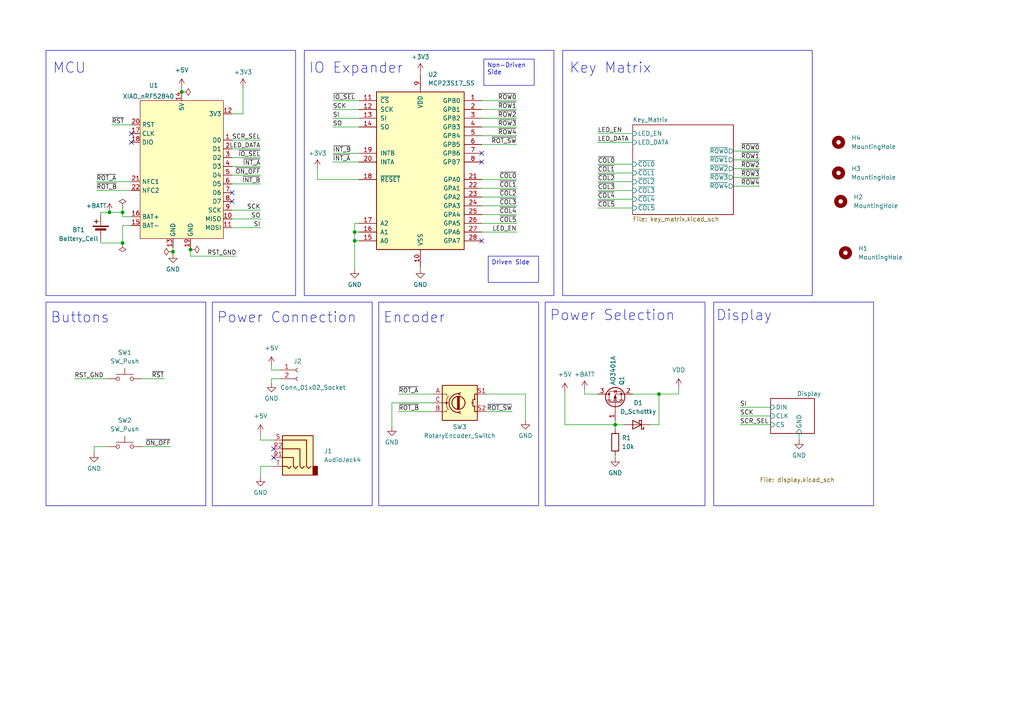
<source format=kicad_sch>
(kicad_sch (version 20230121) (generator eeschema)
  (paper "A4")
  (lib_symbols
    (symbol "Connector:Conn_01x02_Socket" (pin_names (offset 1.016) hide)
      (property "Reference" "J" (at 0 2.54 0))
      (property "Value" "Conn_01x02_Socket" (at 0 -5.08 0))
      (symbol "Conn_01x02_Socket_1_1"
        (arc (start 0 -2.032) (mid -0.5058 -2.54) (end 0 -3.048) (stroke (width 0.1524)))
        (polyline (pts (xy -1.27 -2.54) (xy -0.508 -2.54)) (stroke (width 0.1524)))
        (polyline (pts (xy -1.27 0) (xy -0.508 0)) (stroke (width 0.1524)))
        (arc (start 0 0.508) (mid -0.5058 0) (end 0 -0.508) (stroke (width 0.1524)))
        (pin passive line (at -5.08 0 0) (length 3.81) (name "Pin_1") (number "1"))
        (pin passive line (at -5.08 -2.54 0) (length 3.81) (name "Pin_2") (number "2"))
      )
    )
    (symbol "Connector_Audio:AudioJack4"
      (property "Reference" "J" (at 0 8.89 0))
      (property "Value" "AudioJack4" (at 0 6.35 0))
      (symbol "AudioJack4_0_1"
        (rectangle (start -6.35 -5.08) (end -7.62 -7.62) (stroke (width 0.254)) (fill (type outline)))
        (polyline (pts (xy 0 -5.08) (xy 0.635 -5.715) (xy 1.27 -5.08) (xy 2.54 -5.08)) (stroke (width 0.254)))
        (polyline (pts (xy -5.715 -5.08) (xy -5.08 -5.715) (xy -4.445 -5.08) (xy -4.445 2.54) (xy 2.54 2.54)) (stroke (width 0.254)))
        (polyline (pts (xy -1.905 -5.08) (xy -1.27 -5.715) (xy -0.635 -5.08) (xy -0.635 -2.54) (xy 2.54 -2.54)) (stroke (width 0.254)))
        (polyline (pts (xy 2.54 0) (xy -2.54 0) (xy -2.54 -5.08) (xy -3.175 -5.715) (xy -3.81 -5.08)) (stroke (width 0.254)))
        (rectangle (start 2.54 3.81) (end -6.35 -7.62) (stroke (width 0.254)) (fill (type background)))
      )
      (symbol "AudioJack4_1_1"
        (pin passive line (at 5.08 -2.54 180) (length 2.54) (name "~") (number "R1"))
        (pin passive line (at 5.08 0 180) (length 2.54) (name "~") (number "R2"))
        (pin passive line (at 5.08 2.54 180) (length 2.54) (name "~") (number "S"))
        (pin passive line (at 5.08 -5.08 180) (length 2.54) (name "~") (number "T"))
      )
    )
    (symbol "Device:Battery_Cell" (pin_numbers hide) (pin_names (offset 0) hide)
      (property "Reference" "BT" (at 2.54 2.54 0))
      (property "Value" "Battery_Cell" (at 2.54 0 0))
      (symbol "Battery_Cell_0_1"
        (rectangle (start -2.286 1.778) (end 2.286 1.524) (fill (type outline)))
        (rectangle (start -1.524 1.016) (end 1.524 0.508) (fill (type outline)))
        (polyline (pts (xy 0 0.762) (xy 0 0)))
        (polyline (pts (xy 0 1.778) (xy 0 2.54)))
        (polyline (pts (xy 0.762 3.048) (xy 1.778 3.048)) (stroke (width 0.254)))
        (polyline (pts (xy 1.27 3.556) (xy 1.27 2.54)) (stroke (width 0.254)))
      )
      (symbol "Battery_Cell_1_1"
        (pin passive line (at 0 5.08 270) (length 2.54) (name "+") (number "1"))
        (pin passive line (at 0 -2.54 90) (length 2.54) (name "-") (number "2"))
      )
    )
    (symbol "Device:D_Schottky" (pin_numbers hide) (pin_names (offset 1.016) hide)
      (property "Reference" "D" (at 0 2.54 0))
      (property "Value" "D_Schottky" (at 0 -2.54 0))
      (symbol "D_Schottky_0_1"
        (polyline (pts (xy 1.27 0) (xy -1.27 0)))
        (polyline (pts (xy 1.27 1.27) (xy 1.27 -1.27) (xy -1.27 0) (xy 1.27 1.27)) (stroke (width 0.254)))
        (polyline (pts (xy -1.905 0.635) (xy -1.905 1.27) (xy -1.27 1.27) (xy -1.27 -1.27) (xy -0.635 -1.27) (xy -0.635 -0.635)) (stroke (width 0.254)))
      )
      (symbol "D_Schottky_1_1"
        (pin passive line (at -3.81 0 0) (length 2.54) (name "K") (number "1"))
        (pin passive line (at 3.81 0 180) (length 2.54) (name "A") (number "2"))
      )
    )
    (symbol "Device:R" (pin_numbers hide) (pin_names (offset 0))
      (property "Reference" "R" (at 2.032 0 90))
      (property "Value" "R" (at 0 0 90))
      (symbol "R_0_1"
        (rectangle (start -1.016 -2.54) (end 1.016 2.54) (stroke (width 0.254)))
      )
      (symbol "R_1_1"
        (pin passive line (at 0 3.81 270) (length 1.27) (name "~") (number "1"))
        (pin passive line (at 0 -3.81 90) (length 1.27) (name "~") (number "2"))
      )
    )
    (symbol "Device:RotaryEncoder_Switch" (pin_names (offset 0.254) hide)
      (property "Reference" "SW" (at 0 6.604 0))
      (property "Value" "RotaryEncoder_Switch" (at 0 -6.604 0))
      (symbol "RotaryEncoder_Switch_0_1"
        (rectangle (start -5.08 5.08) (end 5.08 -5.08) (stroke (width 0.254)) (fill (type background)))
        (circle (center -3.81 0) (radius 0.254) (fill (type outline)))
        (circle (center -0.381 0) (radius 1.905) (stroke (width 0.254)))
        (arc (start -0.381 2.667) (mid -3.0988 -0.0635) (end -0.381 -2.794) (stroke (width 0.254)))
        (polyline (pts (xy -0.635 -1.778) (xy -0.635 1.778)) (stroke (width 0.254)))
        (polyline (pts (xy -0.381 -1.778) (xy -0.381 1.778)) (stroke (width 0.254)))
        (polyline (pts (xy -0.127 1.778) (xy -0.127 -1.778)) (stroke (width 0.254)))
        (polyline (pts (xy 3.81 0) (xy 3.429 0)) (stroke (width 0.254)))
        (polyline (pts (xy 3.81 1.016) (xy 3.81 -1.016)) (stroke (width 0.254)))
        (polyline (pts (xy -5.08 -2.54) (xy -3.81 -2.54) (xy -3.81 -2.032)))
        (polyline (pts (xy -5.08 2.54) (xy -3.81 2.54) (xy -3.81 2.032)))
        (polyline (pts (xy 0.254 -3.048) (xy -0.508 -2.794) (xy 0.127 -2.413)) (stroke (width 0.254)))
        (polyline (pts (xy 0.254 2.921) (xy -0.508 2.667) (xy 0.127 2.286)) (stroke (width 0.254)))
        (polyline (pts (xy 5.08 -2.54) (xy 4.318 -2.54) (xy 4.318 -1.016)) (stroke (width 0.254)))
        (polyline (pts (xy 5.08 2.54) (xy 4.318 2.54) (xy 4.318 1.016)) (stroke (width 0.254)))
        (polyline (pts (xy -5.08 0) (xy -3.81 0) (xy -3.81 -1.016) (xy -3.302 -2.032)))
        (polyline (pts (xy -4.318 0) (xy -3.81 0) (xy -3.81 1.016) (xy -3.302 2.032)))
        (circle (center 4.318 -1.016) (radius 0.127) (stroke (width 0.254)))
        (circle (center 4.318 1.016) (radius 0.127) (stroke (width 0.254)))
      )
      (symbol "RotaryEncoder_Switch_1_1"
        (pin passive line (at -7.62 2.54 0) (length 2.54) (name "A") (number "A"))
        (pin passive line (at -7.62 -2.54 0) (length 2.54) (name "B") (number "B"))
        (pin passive line (at -7.62 0 0) (length 2.54) (name "C") (number "C"))
        (pin passive line (at 7.62 2.54 180) (length 2.54) (name "S1") (number "S1"))
        (pin passive line (at 7.62 -2.54 180) (length 2.54) (name "S2") (number "S2"))
      )
    )
    (symbol "Interface_Expansion:MCP23S17_SS" (pin_names (offset 1.016))
      (property "Reference" "U" (at -11.43 24.13 0))
      (property "Value" "MCP23S17_SS" (at 0 0 0))
      (symbol "MCP23S17_SS_0_1"
        (rectangle (start -12.7 22.86) (end 12.7 -22.86) (stroke (width 0.254)) (fill (type background)))
      )
      (symbol "MCP23S17_SS_1_1"
        (pin bidirectional line (at 17.78 20.32 180) (length 5.08) (name "GPB0") (number "1"))
        (pin power_in line (at 0 -27.94 90) (length 5.08) (name "VSS") (number "10"))
        (pin input line (at -17.78 20.32 0) (length 5.08) (name "~{CS}") (number "11"))
        (pin input line (at -17.78 17.78 0) (length 5.08) (name "SCK") (number "12"))
        (pin input line (at -17.78 15.24 0) (length 5.08) (name "SI") (number "13"))
        (pin output line (at -17.78 12.7 0) (length 5.08) (name "SO") (number "14"))
        (pin input line (at -17.78 -20.32 0) (length 5.08) (name "A0") (number "15"))
        (pin input line (at -17.78 -17.78 0) (length 5.08) (name "A1") (number "16"))
        (pin input line (at -17.78 -15.24 0) (length 5.08) (name "A2") (number "17"))
        (pin input line (at -17.78 -2.54 0) (length 5.08) (name "~{RESET}") (number "18"))
        (pin tri_state line (at -17.78 5.08 0) (length 5.08) (name "INTB") (number "19"))
        (pin bidirectional line (at 17.78 17.78 180) (length 5.08) (name "GPB1") (number "2"))
        (pin tri_state line (at -17.78 2.54 0) (length 5.08) (name "INTA") (number "20"))
        (pin bidirectional line (at 17.78 -2.54 180) (length 5.08) (name "GPA0") (number "21"))
        (pin bidirectional line (at 17.78 -5.08 180) (length 5.08) (name "GPA1") (number "22"))
        (pin bidirectional line (at 17.78 -7.62 180) (length 5.08) (name "GPA2") (number "23"))
        (pin bidirectional line (at 17.78 -10.16 180) (length 5.08) (name "GPA3") (number "24"))
        (pin bidirectional line (at 17.78 -12.7 180) (length 5.08) (name "GPA4") (number "25"))
        (pin bidirectional line (at 17.78 -15.24 180) (length 5.08) (name "GPA5") (number "26"))
        (pin bidirectional line (at 17.78 -17.78 180) (length 5.08) (name "GPA6") (number "27"))
        (pin bidirectional line (at 17.78 -20.32 180) (length 5.08) (name "GPA7") (number "28"))
        (pin bidirectional line (at 17.78 15.24 180) (length 5.08) (name "GPB2") (number "3"))
        (pin bidirectional line (at 17.78 12.7 180) (length 5.08) (name "GPB3") (number "4"))
        (pin bidirectional line (at 17.78 10.16 180) (length 5.08) (name "GPB4") (number "5"))
        (pin bidirectional line (at 17.78 7.62 180) (length 5.08) (name "GPB5") (number "6"))
        (pin bidirectional line (at 17.78 5.08 180) (length 5.08) (name "GPB6") (number "7"))
        (pin bidirectional line (at 17.78 2.54 180) (length 5.08) (name "GPB7") (number "8"))
        (pin power_in line (at 0 27.94 270) (length 5.08) (name "VDD") (number "9"))
      )
    )
    (symbol "Mechanical:MountingHole" (pin_names (offset 1.016))
      (property "Reference" "H" (at 0 5.08 0))
      (property "Value" "MountingHole" (at 0 3.175 0))
      (symbol "MountingHole_0_1"
        (circle (center 0 0) (radius 1.27) (stroke (width 1.27)))
      )
    )
    (symbol "Switch:SW_Push" (pin_numbers hide) (pin_names (offset 1.016) hide)
      (property "Reference" "SW" (at 1.27 2.54 0))
      (property "Value" "SW_Push" (at 0 -1.524 0))
      (symbol "SW_Push_0_1"
        (circle (center -2.032 0) (radius 0.508))
        (polyline (pts (xy 0 1.27) (xy 0 3.048)))
        (polyline (pts (xy 2.54 1.27) (xy -2.54 1.27)))
        (circle (center 2.032 0) (radius 0.508))
        (pin passive line (at -5.08 0 0) (length 2.54) (name "1") (number "1"))
        (pin passive line (at 5.08 0 180) (length 2.54) (name "2") (number "2"))
      )
    )
    (symbol "Transistor_FET:AO3401A" (pin_names hide)
      (property "Reference" "Q" (at 5.08 1.905 0))
      (property "Value" "AO3401A" (at 5.08 0 0))
      (symbol "AO3401A_0_1"
        (polyline (pts (xy 0.254 0) (xy -2.54 0)))
        (polyline (pts (xy 0.254 1.905) (xy 0.254 -1.905)) (stroke (width 0.254)))
        (polyline (pts (xy 0.762 -1.27) (xy 0.762 -2.286)) (stroke (width 0.254)))
        (polyline (pts (xy 0.762 0.508) (xy 0.762 -0.508)) (stroke (width 0.254)))
        (polyline (pts (xy 0.762 2.286) (xy 0.762 1.27)) (stroke (width 0.254)))
        (polyline (pts (xy 2.54 2.54) (xy 2.54 1.778)))
        (polyline (pts (xy 2.54 -2.54) (xy 2.54 0) (xy 0.762 0)))
        (polyline (pts (xy 0.762 1.778) (xy 3.302 1.778) (xy 3.302 -1.778) (xy 0.762 -1.778)))
        (polyline (pts (xy 2.286 0) (xy 1.27 0.381) (xy 1.27 -0.381) (xy 2.286 0)) (fill (type outline)))
        (polyline (pts (xy 2.794 -0.508) (xy 2.921 -0.381) (xy 3.683 -0.381) (xy 3.81 -0.254)))
        (polyline (pts (xy 3.302 -0.381) (xy 2.921 0.254) (xy 3.683 0.254) (xy 3.302 -0.381)))
        (circle (center 1.651 0) (radius 2.794) (stroke (width 0.254)))
        (circle (center 2.54 -1.778) (radius 0.254) (fill (type outline)))
        (circle (center 2.54 1.778) (radius 0.254) (fill (type outline)))
      )
      (symbol "AO3401A_1_1"
        (pin input line (at -5.08 0 0) (length 2.54) (name "G") (number "1"))
        (pin passive line (at 2.54 -5.08 90) (length 2.54) (name "S") (number "2"))
        (pin passive line (at 2.54 5.08 270) (length 2.54) (name "D") (number "3"))
      )
    )
    (symbol "XIAO:XIAO_nRF52840"
      (property "Reference" "U" (at 0 1.27 0))
      (property "Value" "XIAO_nRF52840" (at 0 -1.27 0))
      (symbol "XIAO_nRF52840_1_1"
        (rectangle (start -12.065 19.05) (end 12.065 -20.955) (fill (type background)))
        (pin bidirectional line (at 14.605 7.62 180) (length 2.54) (name "D0") (number "1"))
        (pin input line (at 14.605 -15.24 180) (length 2.54) (name "MISO") (number "10"))
        (pin output line (at 14.605 -17.78 180) (length 2.54) (name "MOSI") (number "11"))
        (pin power_out line (at 14.605 15.24 180) (length 2.54) (name "3V3") (number "12"))
        (pin power_in line (at -2.54 -23.495 90) (length 2.54) (name "GND") (number "13"))
        (pin power_in line (at 0 21.59 270) (length 2.54) (name "5V") (number "14"))
        (pin power_in line (at -14.605 -17.145 0) (length 2.54) (name "BAT-") (number "15"))
        (pin power_in line (at -14.605 -14.605 0) (length 2.54) (name "BAT+") (number "16"))
        (pin input line (at -14.605 9.525 0) (length 2.54) (name "CLK") (number "17"))
        (pin bidirectional line (at -14.605 6.985 0) (length 2.54) (name "DIO") (number "18"))
        (pin power_in line (at 2.54 -23.495 90) (length 2.54) (name "GND") (number "19"))
        (pin bidirectional line (at 14.605 5.08 180) (length 2.54) (name "D1") (number "2"))
        (pin input line (at -14.605 12.065 0) (length 2.54) (name "RST") (number "20"))
        (pin bidirectional line (at -14.605 -4.445 0) (length 2.54) (name "NFC1") (number "21"))
        (pin bidirectional line (at -14.605 -6.985 0) (length 2.54) (name "NFC2") (number "22"))
        (pin bidirectional line (at 14.605 2.54 180) (length 2.54) (name "D2") (number "3"))
        (pin bidirectional line (at 14.605 0 180) (length 2.54) (name "D3") (number "4"))
        (pin bidirectional line (at 14.605 -2.54 180) (length 2.54) (name "D4") (number "5"))
        (pin bidirectional line (at 14.605 -5.08 180) (length 2.54) (name "D5") (number "6"))
        (pin bidirectional line (at 14.605 -7.62 180) (length 2.54) (name "D6") (number "7"))
        (pin bidirectional line (at 14.605 -10.16 180) (length 2.54) (name "D7") (number "8"))
        (pin output line (at 14.605 -12.7 180) (length 2.54) (name "SCK") (number "9"))
      )
    )
    (symbol "power:+3V3" (power) (pin_names (offset 0))
      (property "Value" "+3V3" (at 0 3.556 0))
      (symbol "+3V3_0_1"
        (polyline (pts (xy -0.762 1.27) (xy 0 2.54)))
        (polyline (pts (xy 0 0) (xy 0 2.54)))
        (polyline (pts (xy 0 2.54) (xy 0.762 1.27)))
      )
      (symbol "+3V3_1_1"
        (pin power_in line (at 0 0 90) (length 0) hide (name "+3V3") (number "1"))
      )
    )
    (symbol "power:+5V" (power) (pin_names (offset 0))
      (property "Value" "+5V" (at 0 3.556 0))
      (symbol "+5V_0_1"
        (polyline (pts (xy -0.762 1.27) (xy 0 2.54)))
        (polyline (pts (xy 0 0) (xy 0 2.54)))
        (polyline (pts (xy 0 2.54) (xy 0.762 1.27)))
      )
      (symbol "+5V_1_1"
        (pin power_in line (at 0 0 90) (length 0) hide (name "+5V") (number "1"))
      )
    )
    (symbol "power:+BATT" (power) (pin_names (offset 0))
      (property "Value" "+BATT" (at 0 3.556 0))
      (symbol "+BATT_0_1"
        (polyline (pts (xy -0.762 1.27) (xy 0 2.54)))
        (polyline (pts (xy 0 0) (xy 0 2.54)))
        (polyline (pts (xy 0 2.54) (xy 0.762 1.27)))
      )
      (symbol "+BATT_1_1"
        (pin power_in line (at 0 0 90) (length 0) hide (name "+BATT") (number "1"))
      )
    )
    (symbol "power:GND" (power) (pin_names (offset 0))
      (property "Value" "GND" (at 0 -3.81 0))
      (symbol "GND_0_1"
        (polyline (pts (xy 0 0) (xy 0 -1.27) (xy 1.27 -1.27) (xy 0 -2.54) (xy -1.27 -1.27) (xy 0 -1.27)))
      )
      (symbol "GND_1_1"
        (pin power_in line (at 0 0 270) (length 0) hide (name "GND") (number "1"))
      )
    )
    (symbol "power:PWR_FLAG" (power) (pin_numbers hide) (pin_names (offset 0) hide)
      (property "Value" "PWR_FLAG" (at 0 3.81 0))
      (symbol "PWR_FLAG_0_0"
        (pin power_out line (at 0 0 90) (length 0) (name "pwr") (number "1"))
      )
      (symbol "PWR_FLAG_0_1"
        (polyline (pts (xy 0 0) (xy 0 1.27) (xy -1.016 1.905) (xy 0 2.54) (xy 1.016 1.905) (xy 0 1.27)))
      )
    )
    (symbol "power:VDD" (power) (pin_names (offset 0))
      (property "Value" "VDD" (at 0 3.81 0))
      (symbol "VDD_0_1"
        (polyline (pts (xy -0.762 1.27) (xy 0 2.54)))
        (polyline (pts (xy 0 0) (xy 0 2.54)))
        (polyline (pts (xy 0 2.54) (xy 0.762 1.27)))
      )
      (symbol "VDD_1_1"
        (pin power_in line (at 0 0 90) (length 0) hide (name "VDD") (number "1"))
      )
    )
  )
  (junction (at 35.56 61.595))
  (junction (at 55.245 72.39))
  (junction (at 50.165 73.025))
  (junction (at 191.135 114.3))
  (junction (at 31.75 61.595))
  (junction (at 178.435 123.19))
  (junction (at 102.87 69.85))
  (junction (at 102.87 67.31))
  (junction (at 52.705 26.67))
  (junction (at 35.56 70.485))
  (no_connect (at 67.31 55.88))
  (no_connect (at 38.1 41.275))
  (no_connect (at 139.7 44.45))
  (no_connect (at 139.7 46.99))
  (no_connect (at 79.375 130.175))
  (no_connect (at 79.375 132.715))
  (no_connect (at 38.1 38.735))
  (no_connect (at 139.7 69.85))
  (no_connect (at 67.31 58.42))
  (wire (pts (xy 223.52 120.65) (xy 214.63 120.65)))
  (wire (pts (xy 75.565 135.255) (xy 79.375 135.255)))
  (wire (pts (xy 35.56 65.405) (xy 38.1 65.405)))
  (wire (pts (xy 139.7 29.21) (xy 149.86 29.21)))
  (wire (pts (xy 27.305 129.54) (xy 27.305 131.445)))
  (wire (pts (xy 173.355 50.165) (xy 183.515 50.165)))
  (wire (pts (xy 196.85 114.3) (xy 191.135 114.3)))
  (wire (pts (xy 35.56 61.595) (xy 35.56 60.325)))
  (wire (pts (xy 104.14 52.07) (xy 92.075 52.07)))
  (wire (pts (xy 212.725 43.815) (xy 220.345 43.815)))
  (wire (pts (xy 35.56 65.405) (xy 35.56 70.485)))
  (wire (pts (xy 173.355 41.275) (xy 183.515 41.275)))
  (wire (pts (xy 35.56 62.865) (xy 38.1 62.865)))
  (wire (pts (xy 31.115 129.54) (xy 27.305 129.54)))
  (wire (pts (xy 75.565 43.18) (xy 67.31 43.18)))
  (wire (pts (xy 139.7 67.31) (xy 149.86 67.31)))
  (wire (pts (xy 75.565 138.43) (xy 75.565 135.255)))
  (wire (pts (xy 29.21 69.85) (xy 29.21 70.485)))
  (wire (pts (xy 180.975 123.19) (xy 178.435 123.19)))
  (wire (pts (xy 75.565 127.635) (xy 75.565 125.73)))
  (wire (pts (xy 173.355 47.625) (xy 183.515 47.625)))
  (wire (pts (xy 149.86 57.15) (xy 139.7 57.15)))
  (wire (pts (xy 196.85 112.395) (xy 196.85 114.3)))
  (wire (pts (xy 78.74 109.855) (xy 81.28 109.855)))
  (wire (pts (xy 212.725 51.435) (xy 220.345 51.435)))
  (wire (pts (xy 102.87 69.85) (xy 104.14 69.85)))
  (wire (pts (xy 125.73 116.84) (xy 113.665 116.84)))
  (wire (pts (xy 191.135 114.3) (xy 183.515 114.3)))
  (wire (pts (xy 67.31 53.34) (xy 75.565 53.34)))
  (wire (pts (xy 35.56 61.595) (xy 35.56 62.865)))
  (wire (pts (xy 102.87 78.105) (xy 102.87 69.85)))
  (wire (pts (xy 178.435 121.92) (xy 178.435 123.19)))
  (wire (pts (xy 139.7 31.75) (xy 149.86 31.75)))
  (wire (pts (xy 38.1 55.245) (xy 27.94 55.245)))
  (wire (pts (xy 149.86 52.07) (xy 139.7 52.07)))
  (wire (pts (xy 212.725 46.355) (xy 220.345 46.355)))
  (wire (pts (xy 75.565 66.04) (xy 67.31 66.04)))
  (wire (pts (xy 115.57 119.38) (xy 125.73 119.38)))
  (wire (pts (xy 104.14 44.45) (xy 96.52 44.45)))
  (wire (pts (xy 102.87 64.77) (xy 104.14 64.77)))
  (wire (pts (xy 191.135 123.19) (xy 191.135 114.3)))
  (wire (pts (xy 139.7 39.37) (xy 149.86 39.37)))
  (wire (pts (xy 149.86 59.69) (xy 139.7 59.69)))
  (wire (pts (xy 67.31 45.72) (xy 75.565 45.72)))
  (wire (pts (xy 115.57 114.3) (xy 125.73 114.3)))
  (wire (pts (xy 102.87 67.31) (xy 104.14 67.31)))
  (wire (pts (xy 50.165 71.755) (xy 50.165 73.025)))
  (wire (pts (xy 139.7 36.83) (xy 149.86 36.83)))
  (wire (pts (xy 29.21 70.485) (xy 35.56 70.485)))
  (wire (pts (xy 55.245 72.39) (xy 55.245 74.295)))
  (wire (pts (xy 113.665 116.84) (xy 113.665 123.825)))
  (wire (pts (xy 67.31 48.26) (xy 75.565 48.26)))
  (wire (pts (xy 188.595 123.19) (xy 191.135 123.19)))
  (wire (pts (xy 96.52 36.83) (xy 104.14 36.83)))
  (wire (pts (xy 178.435 123.19) (xy 178.435 124.46)))
  (wire (pts (xy 163.83 113.665) (xy 163.83 123.19)))
  (wire (pts (xy 67.31 40.64) (xy 75.565 40.64)))
  (wire (pts (xy 75.565 63.5) (xy 67.31 63.5)))
  (wire (pts (xy 169.545 114.3) (xy 169.545 113.03)))
  (wire (pts (xy 173.355 60.325) (xy 183.515 60.325)))
  (wire (pts (xy 38.1 52.705) (xy 27.94 52.705)))
  (wire (pts (xy 173.355 52.705) (xy 183.515 52.705)))
  (wire (pts (xy 29.21 62.23) (xy 29.21 61.595)))
  (wire (pts (xy 231.775 125.73) (xy 231.775 127.635)))
  (wire (pts (xy 41.275 109.855) (xy 47.625 109.855)))
  (wire (pts (xy 67.31 50.8) (xy 75.565 50.8)))
  (wire (pts (xy 139.7 41.91) (xy 149.86 41.91)))
  (wire (pts (xy 31.75 61.595) (xy 35.56 61.595)))
  (wire (pts (xy 38.1 36.195) (xy 32.385 36.195)))
  (wire (pts (xy 67.31 33.02) (xy 70.485 33.02)))
  (wire (pts (xy 223.52 123.19) (xy 214.63 123.19)))
  (wire (pts (xy 96.52 34.29) (xy 104.14 34.29)))
  (wire (pts (xy 79.375 127.635) (xy 75.565 127.635)))
  (wire (pts (xy 178.435 132.08) (xy 178.435 132.715)))
  (wire (pts (xy 152.4 114.3) (xy 152.4 121.92)))
  (wire (pts (xy 78.74 106.045) (xy 78.74 107.315)))
  (wire (pts (xy 104.14 46.99) (xy 96.52 46.99)))
  (wire (pts (xy 173.355 114.3) (xy 169.545 114.3)))
  (wire (pts (xy 102.87 69.85) (xy 102.87 67.31)))
  (wire (pts (xy 121.92 77.47) (xy 121.92 78.105)))
  (wire (pts (xy 104.14 31.75) (xy 96.52 31.75)))
  (wire (pts (xy 173.355 55.245) (xy 183.515 55.245)))
  (wire (pts (xy 212.725 48.895) (xy 220.345 48.895)))
  (wire (pts (xy 52.705 25.4) (xy 52.705 26.67)))
  (wire (pts (xy 121.92 20.955) (xy 121.92 21.59)))
  (wire (pts (xy 41.275 129.54) (xy 49.53 129.54)))
  (wire (pts (xy 78.74 111.125) (xy 78.74 109.855)))
  (wire (pts (xy 173.355 38.735) (xy 183.515 38.735)))
  (wire (pts (xy 140.97 114.3) (xy 152.4 114.3)))
  (wire (pts (xy 50.165 73.025) (xy 50.165 73.66)))
  (wire (pts (xy 214.63 118.11) (xy 223.52 118.11)))
  (wire (pts (xy 55.245 71.755) (xy 55.245 72.39)))
  (wire (pts (xy 70.485 25.4) (xy 70.485 33.02)))
  (wire (pts (xy 149.86 54.61) (xy 139.7 54.61)))
  (wire (pts (xy 139.7 34.29) (xy 149.86 34.29)))
  (wire (pts (xy 140.97 119.38) (xy 148.59 119.38)))
  (wire (pts (xy 92.075 48.895) (xy 92.075 52.07)))
  (wire (pts (xy 212.725 53.975) (xy 220.345 53.975)))
  (wire (pts (xy 31.75 61.595) (xy 29.21 61.595)))
  (wire (pts (xy 149.86 64.77) (xy 139.7 64.77)))
  (wire (pts (xy 102.87 67.31) (xy 102.87 64.77)))
  (wire (pts (xy 149.86 62.23) (xy 139.7 62.23)))
  (wire (pts (xy 163.83 123.19) (xy 178.435 123.19)))
  (wire (pts (xy 67.31 60.96) (xy 75.565 60.96)))
  (wire (pts (xy 104.14 29.21) (xy 96.52 29.21)))
  (wire (pts (xy 173.355 57.785) (xy 183.515 57.785)))
  (wire (pts (xy 55.245 74.295) (xy 68.58 74.295)))
  (wire (pts (xy 78.74 107.315) (xy 81.28 107.315)))
  (wire (pts (xy 31.115 109.855) (xy 21.59 109.855)))
  (rectangle (start 207.01 87.63) (end 253.365 146.685))
  (rectangle (start 163.195 14.605) (end 235.585 85.725))
  (rectangle (start 13.335 14.605) (end 85.725 85.725))
  (rectangle (start 61.595 87.63) (end 107.95 146.685))
  (rectangle (start 109.855 87.63) (end 156.21 146.685))
  (rectangle (start 158.115 87.63) (end 204.47 146.685))
  (rectangle (start 13.335 87.63) (end 59.69 146.685))
  (rectangle (start 88.265 14.605) (end 160.655 85.725))
  (text_box "Non-Driven Side" (at 140.335 17.145 0) (size 14.605 7.62) (effects (font (size 1.27 1.27)) (justify left top)))
  (text_box "Driven Side" (at 141.605 74.295 0) (size 14.605 7.62) (effects (font (size 1.27 1.27)) (justify left top)))
  (text "Display" (at 207.645 93.345 0) (effects (font (size 3 3)) (justify left bottom)))
  (text "Power Connection" (at 62.865 93.98 0) (effects (font (size 3 3)) (justify left bottom)))
  (text "Buttons" (at 14.605 93.98 0) (effects (font (size 3 3)) (justify left bottom)))
  (text "MCU" (at 15.24 21.59 0) (effects (font (size 3 3)) (justify left bottom)))
  (text "Encoder" (at 111.125 93.98 0) (effects (font (size 3 3)) (justify left bottom)))
  (text "Key Matrix" (at 165.1 21.59 0) (effects (font (size 3 3)) (justify left bottom)))
  (text "Power Selection" (at 159.385 93.345 0) (effects (font (size 3 3)) (justify left bottom)))
  (text "IO Expander" (at 89.535 21.59 0) (effects (font (size 3 3)) (justify left bottom)))
  (label "RST_GND" (at 68.58 74.295 180))
  (label "SCK" (at 96.52 31.75 0))
  (label "~{COL5}" (at 149.86 64.77 180))
  (label "~{ROT_SW}" (at 148.59 119.38 180))
  (label "~{COL2}" (at 149.86 57.15 180))
  (label "LED_EN" (at 173.355 38.735 0))
  (label "~{INT_B}" (at 96.52 44.45 0))
  (label "~{COL5}" (at 173.355 60.325 0))
  (label "~{ROT_A}" (at 115.57 114.3 0))
  (label "SO" (at 75.565 63.5 180))
  (label "~{INT_A}" (at 75.565 48.26 180))
  (label "LED_DATA" (at 173.355 41.275 0))
  (label "~{ROT_B}" (at 27.94 55.245 0))
  (label "~{ON_OFF}" (at 75.565 50.8 180))
  (label "SO" (at 96.52 36.83 0))
  (label "~{ROT_A}" (at 27.94 52.705 0))
  (label "~{RST}" (at 32.385 36.195 0))
  (label "~{COL0}" (at 149.86 52.07 180))
  (label "~{COL1}" (at 149.86 54.61 180))
  (label "~{COL0}" (at 173.355 47.625 0))
  (label "~{INT_B}" (at 75.565 53.34 180))
  (label "~{ROW4}" (at 149.86 39.37 180))
  (label "~{IO_SEL}" (at 96.52 29.21 0))
  (label "~{COL2}" (at 173.355 52.705 0))
  (label "~{ROW1}" (at 220.345 46.355 180))
  (label "SCK" (at 214.63 120.65 0))
  (label "~{COL4}" (at 173.355 57.785 0))
  (label "~{ROW1}" (at 149.86 31.75 180))
  (label "SI" (at 96.52 34.29 0))
  (label "SI" (at 75.565 66.04 180))
  (label "~{ROW4}" (at 220.345 53.975 180))
  (label "~{COL4}" (at 149.86 62.23 180))
  (label "~{ROW3}" (at 220.345 51.435 180))
  (label "RST_GND" (at 21.59 109.855 0))
  (label "~{COL3}" (at 149.86 59.69 180))
  (label "~{ROW3}" (at 149.86 36.83 180))
  (label "~{INT_A}" (at 96.52 46.99 0))
  (label "~{ROW2}" (at 149.86 34.29 180))
  (label "~{ROW2}" (at 220.345 48.895 180))
  (label "SCK" (at 75.565 60.96 180))
  (label "~{IO_SEL}" (at 75.565 45.72 180))
  (label "SI" (at 214.63 118.11 0))
  (label "~{RST}" (at 47.625 109.855 180))
  (label "LED_EN" (at 149.86 67.31 180))
  (label "~{ROT_B}" (at 115.57 119.38 0))
  (label "~{ROT_SW}" (at 149.86 41.91 180))
  (label "~{COL3}" (at 173.355 55.245 0))
  (label "SCR_SEL" (at 214.63 123.19 0))
  (label "~{COL1}" (at 173.355 50.165 0))
  (label "~{ROW0}" (at 220.345 43.815 180))
  (label "~{ROW0}" (at 149.86 29.21 180))
  (label "LED_DATA" (at 75.565 43.18 180))
  (label "~{ON_OFF}" (at 49.53 129.54 180))
  (label "SCR_SEL" (at 75.565 40.64 180))
  (symbol (lib_id "power:GND") (at 121.92 78.105 0) (unit 1)
    (property "Reference" "#PWR014" (effects hide))
    (property "Value" "GND" (at 121.92 82.55 0))
  )
  (symbol (lib_id "power:+5V") (at 75.565 125.73 0) (unit 1)
    (property "Reference" "#PWR06" (effects hide))
    (property "Value" "+5V" (at 75.565 120.65 0))
  )
  (symbol (lib_id "Mechanical:MountingHole") (at 243.205 50.165 0) (unit 1)
    (property "Reference" "H3" (at 246.9068 48.895 0) (effects (justify left)))
    (property "Value" "MountingHole" (at 246.9068 51.435 0) (effects (justify left)))
    (property "Footprint" "MountingHole:MountingHole_3.2mm_M3" (effects hide))
  )
  (symbol (lib_id "Connector_Audio:AudioJack4") (at 84.455 130.175 0) (mirror y) (unit 1)
    (property "Reference" "J1" (at 93.98 130.81 0) (effects (justify right)))
    (property "Value" "AudioJack4" (at 93.98 133.35 0) (effects (justify right)))
    (property "Footprint" "Audio_Custom:Jack_3.5mm_KoreanHropartsElec_PJ-320D-4A_Horizontal_Double" (effects hide))
  )
  (symbol (lib_id "Connector:Conn_01x02_Socket") (at 86.36 107.315 0) (unit 1)
    (property "Reference" "J2" (at 85.09 104.775 0) (effects (justify left)))
    (property "Value" "Conn_01x02_Socket" (at 81.28 112.395 0) (effects (justify left)))
    (property "Footprint" "Custom_Connector:Pogo2-Right-Angle" (effects hide))
  )
  (symbol (lib_id "Mechanical:MountingHole") (at 243.205 41.275 0) (unit 1)
    (property "Reference" "H4" (at 246.9068 40.005 0) (effects (justify left)))
    (property "Value" "MountingHole" (at 246.9068 42.545 0) (effects (justify left)))
    (property "Footprint" "MountingHole:MountingHole_3.2mm_M3" (effects hide))
  )
  (symbol (lib_id "power:+3V3") (at 92.075 48.895 0) (unit 1)
    (property "Reference" "#PWR010" (effects hide))
    (property "Value" "+3V3" (at 92.075 44.45 0))
  )
  (symbol (lib_id "power:GND") (at 102.87 78.105 0) (unit 1)
    (property "Reference" "#PWR011" (effects hide))
    (property "Value" "GND" (at 102.87 82.55 0))
  )
  (symbol (lib_id "power:GND") (at 178.435 132.715 0) (unit 1)
    (property "Reference" "#PWR018" (effects hide))
    (property "Value" "GND" (at 178.435 137.16 0))
  )
  (symbol (lib_id "Device:RotaryEncoder_Switch") (at 133.35 116.84 0) (unit 1)
    (property "Reference" "SW3" (at 133.35 123.825 0))
    (property "Value" "RotaryEncoder_Switch" (at 133.35 126.365 0))
    (property "Footprint" "Encoder_Custom:RotaryEncoder_Alps_EC11E-Switch_Vertical_H20mm_Double" (effects hide))
  )
  (symbol (lib_id "XIAO:XIAO_nRF52840") (at 52.705 48.26 0) (unit 1)
    (property "Reference" "U1" (at 43.18 24.765 0) (effects (justify left)))
    (property "Value" "XIAO_nRF52840" (at 35.56 27.94 0) (effects (justify left)))
    (property "Footprint" "XIAO:XIAO-nRF52840_Double" (effects hide))
  )
  (symbol (lib_id "power:PWR_FLAG") (at 52.705 26.67 270) (unit 1)
    (property "Reference" "#FLG04" (effects hide))
    (property "Value" "PWR_FLAG" (effects hide))
  )
  (symbol (lib_id "power:+3V3") (at 121.92 20.955 0) (unit 1)
    (property "Reference" "#PWR013" (effects hide))
    (property "Value" "+3V3" (at 121.92 16.51 0))
  )
  (symbol (lib_id "power:+5V") (at 78.74 106.045 0) (unit 1)
    (property "Reference" "#PWR08" (effects hide))
    (property "Value" "+5V" (at 78.74 100.965 0))
  )
  (symbol (lib_id "power:PWR_FLAG") (at 35.56 60.325 0) (unit 1)
    (property "Reference" "#FLG01" (effects hide))
    (property "Value" "PWR_FLAG" (effects hide))
  )
  (symbol (lib_id "power:GND") (at 231.775 127.635 0) (unit 1)
    (property "Reference" "#PWR020" (effects hide))
    (property "Value" "GND" (at 231.775 132.08 0))
  )
  (symbol (lib_id "power:+BATT") (at 31.75 61.595 0) (unit 1)
    (property "Reference" "#PWR02" (effects hide))
    (property "Value" "+BATT" (at 27.94 59.69 0))
  )
  (symbol (lib_id "power:PWR_FLAG") (at 55.245 72.39 270) (unit 1)
    (property "Reference" "#FLG05" (effects hide))
    (property "Value" "PWR_FLAG" (effects hide))
  )
  (symbol (lib_id "power:GND") (at 50.165 73.66 0) (unit 1)
    (property "Reference" "#PWR03" (effects hide))
    (property "Value" "GND" (at 50.165 78.105 0))
  )
  (symbol (lib_id "Switch:SW_Push") (at 36.195 129.54 0) (unit 1)
    (property "Reference" "SW2" (at 36.195 121.92 0))
    (property "Value" "SW_Push" (at 36.195 124.46 0))
    (property "Footprint" "Switch_Custom:SW_PUSH_6mm_Double" (effects hide))
  )
  (symbol (lib_id "power:GND") (at 152.4 121.92 0) (unit 1)
    (property "Reference" "#PWR015" (effects hide))
    (property "Value" "GND" (at 152.4 126.365 0))
  )
  (symbol (lib_id "power:+3V3") (at 70.485 25.4 0) (unit 1)
    (property "Reference" "#PWR05" (effects hide))
    (property "Value" "+3V3" (at 70.485 20.955 0))
  )
  (symbol (lib_id "Device:Battery_Cell") (at 29.21 67.31 0) (mirror y) (unit 1)
    (property "Reference" "BT1" (at 20.955 66.675 0) (effects (justify right)))
    (property "Value" "Battery_Cell" (at 28.575 69.215 0) (effects (justify left)))
    (property "Footprint" "JST_Custom:JST_SH_SM02B-SRSS-TB_1x02-1MP_P1.00mm_Horizontal_Double" (effects hide))
  )
  (symbol (lib_id "Interface_Expansion:MCP23S17_SS") (at 121.92 49.53 0) (unit 1)
    (property "Reference" "U2" (at 124.1141 21.59 0) (effects (justify left)))
    (property "Value" "MCP23S17_SS" (at 124.1141 24.13 0) (effects (justify left)))
    (property "Footprint" "SSOP_Custom:SSOP-28_5.3x10.2mm_P0.65mm_Double" (effects hide))
    (property "Datasheet" "http://ww1.microchip.com/downloads/en/DeviceDoc/20001952C.pdf" (effects hide))
  )
  (symbol (lib_id "power:GND") (at 27.305 131.445 0) (unit 1)
    (property "Reference" "#PWR01" (effects hide))
    (property "Value" "GND" (at 27.305 135.89 0))
  )
  (symbol (lib_id "Device:R") (at 178.435 128.27 0) (unit 1)
    (property "Reference" "R1" (at 180.34 127 0) (effects (justify left)))
    (property "Value" "10k" (at 180.34 129.54 0) (effects (justify left)))
    (property "Footprint" "Resistor_Custom:R_0603_1608Metric_Pad0.98x0.95mm_HandSolder_Double" (effects hide))
  )
  (symbol (lib_id "power:GND") (at 78.74 111.125 0) (unit 1)
    (property "Reference" "#PWR09" (effects hide))
    (property "Value" "GND" (at 78.74 115.57 0))
  )
  (symbol (lib_id "Transistor_FET:AO3401A") (at 178.435 116.84 90) (unit 1)
    (property "Reference" "Q1" (at 180.34 111.76 0) (effects (justify left)))
    (property "Value" "AO3401A" (at 177.8 111.76 0) (effects (justify left)))
    (property "Footprint" "SOT_Custom:SOT-23_Double" (effects hide))
    (property "Datasheet" "http://www.aosmd.com/pdfs/datasheet/AO3401A.pdf" (effects hide))
  )
  (symbol (lib_id "power:VDD") (at 196.85 112.395 0) (unit 1)
    (property "Reference" "#PWR019" (effects hide))
    (property "Value" "VDD" (at 196.85 107.315 0))
  )
  (symbol (lib_id "power:+5V") (at 52.705 25.4 0) (unit 1)
    (property "Reference" "#PWR04" (effects hide))
    (property "Value" "+5V" (at 52.705 20.32 0))
  )
  (symbol (lib_id "power:GND") (at 75.565 138.43 0) (unit 1)
    (property "Reference" "#PWR07" (effects hide))
    (property "Value" "GND" (at 75.565 142.875 0))
  )
  (symbol (lib_id "power:PWR_FLAG") (at 35.56 70.485 180) (unit 1)
    (property "Reference" "#FLG02" (effects hide))
    (property "Value" "PWR_FLAG" (effects hide))
  )
  (symbol (lib_id "power:PWR_FLAG") (at 50.165 73.025 90) (unit 1)
    (property "Reference" "#FLG03" (effects hide))
    (property "Value" "PWR_FLAG" (effects hide))
  )
  (symbol (lib_id "power:+5V") (at 163.83 113.665 0) (unit 1)
    (property "Reference" "#PWR016" (effects hide))
    (property "Value" "+5V" (at 163.83 108.585 0))
  )
  (symbol (lib_id "Device:D_Schottky") (at 184.785 123.19 180) (unit 1)
    (property "Reference" "D1" (at 185.1025 116.84 0))
    (property "Value" "D_Schottky" (at 185.1025 119.38 0))
    (property "Footprint" "Diode_Custom:D_SOD-123_Double" (effects hide))
  )
  (symbol (lib_id "Mechanical:MountingHole") (at 245.2182 73.328 0) (unit 1)
    (property "Reference" "H1" (at 248.92 72.058 0) (effects (justify left)))
    (property "Value" "MountingHole" (at 248.92 74.598 0) (effects (justify left)))
    (property "Footprint" "MountingHole:MountingHole_3.2mm_M3" (effects hide))
  )
  (symbol (lib_id "Switch:SW_Push") (at 36.195 109.855 0) (unit 1)
    (property "Reference" "SW1" (at 36.195 102.235 0))
    (property "Value" "SW_Push" (at 36.195 104.775 0))
    (property "Footprint" "Switch_Custom:SW_PUSH_6mm_Double" (effects hide))
  )
  (symbol (lib_id "power:GND") (at 113.665 123.825 0) (unit 1)
    (property "Reference" "#PWR012" (effects hide))
    (property "Value" "GND" (at 113.665 128.27 0))
  )
  (symbol (lib_id "Mechanical:MountingHole") (at 243.84 58.42 0) (unit 1)
    (property "Reference" "H2" (at 247.5418 57.15 0) (effects (justify left)))
    (property "Value" "MountingHole" (at 247.5418 59.69 0) (effects (justify left)))
    (property "Footprint" "MountingHole:MountingHole_3.2mm_M3" (effects hide))
  )
  (symbol (lib_id "power:+BATT") (at 169.545 113.03 0) (unit 1)
    (property "Reference" "#PWR017" (effects hide))
    (property "Value" "+BATT" (at 169.545 108.585 0))
  )
  (sheet (at 183.515 36.195) (size 29.21 26.035) (stroke (width 0.1524))
    (property "Sheetname" "Key_Matrix" (at 183.515 35.4834 0) (effects (justify left bottom)))
    (property "Sheetfile" "key_matrix.kicad_sch" (at 183.515 62.8146 0) (effects (justify left top)))
    (pin "LED_DATA" input (at 183.515 41.275 180))
    (pin "~{COL1}" input (at 183.515 50.165 180))
    (pin "~{COL2}" input (at 183.515 52.705 180))
    (pin "~{ROW3}" output (at 212.725 51.435 0))
    (pin "~{ROW4}" output (at 212.725 53.975 0))
    (pin "~{ROW2}" output (at 212.725 48.895 0))
    (pin "~{COL4}" input (at 183.515 57.785 180))
    (pin "~{COL5}" input (at 183.515 60.325 180))
    (pin "~{ROW0}" output (at 212.725 43.815 0))
    (pin "~{ROW1}" output (at 212.725 46.355 0))
    (pin "~{COL0}" input (at 183.515 47.625 180))
    (pin "~{COL3}" input (at 183.515 55.245 180))
    (pin "LED_EN" input (at 183.515 38.735 180))
  )
  (sheet (at 223.52 115.57) (size 12.7 10.16) (stroke (width 0.1524))
    (property "Sheetname" "Display" (at 231.14 114.935 0) (effects (justify left bottom)))
    (property "Sheetfile" "display.kicad_sch" (at 220.345 138.43 0) (effects (justify left top)))
    (pin "CS" input (at 223.52 123.19 180))
    (pin "DIN" input (at 223.52 118.11 180))
    (pin "CLK" input (at 223.52 120.65 180))
    (pin "GND" input (at 231.775 125.73 270))
  )
)
</source>
